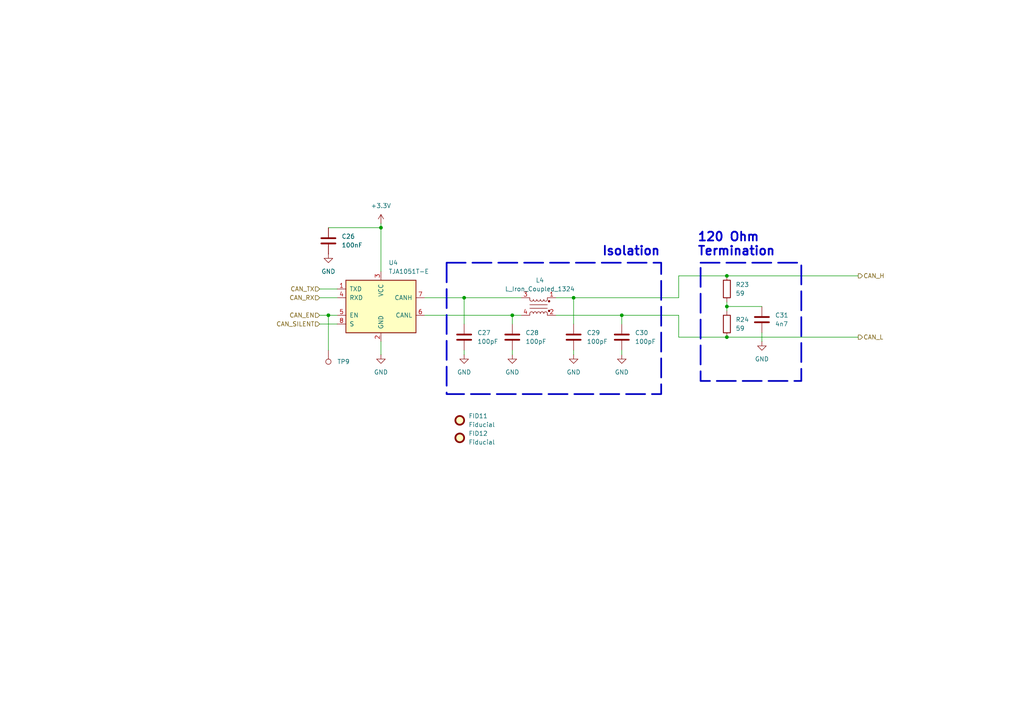
<source format=kicad_sch>
(kicad_sch (version 20231120) (generator "eeschema") (generator_version "8.0")
  (paper "A4")
  (lib_symbols
    (symbol "Connector:TestPoint" (pin_numbers hide) (pin_names (offset 0.762) hide)
      (property "Reference" "TP" (at 0 6.858 0))
      (property "Value" "TestPoint" (at 0 5.08 0))
      (symbol "TestPoint_0_1"
        (circle (center 0 3.302) (radius 0.762))
      )
      (symbol "TestPoint_1_1"
        (pin passive line (at 0 0 90) (length 2.54) (name "1") (number "1"))
      )
    )
    (symbol "Device:C" (pin_numbers hide) (pin_names (offset 0.254))
      (property "Reference" "C" (at 0.635 2.54 0))
      (property "Value" "C" (at 0.635 -2.54 0))
      (symbol "C_0_1"
        (polyline (pts (xy -2.032 -0.762) (xy 2.032 -0.762)) (stroke (width 0.508)))
        (polyline (pts (xy -2.032 0.762) (xy 2.032 0.762)) (stroke (width 0.508)))
      )
      (symbol "C_1_1"
        (pin passive line (at 0 3.81 270) (length 2.794) (name "~") (number "1"))
        (pin passive line (at 0 -3.81 90) (length 2.794) (name "~") (number "2"))
      )
    )
    (symbol "Device:L_Iron_Coupled_1324" (pin_names (offset 0.254) hide)
      (property "Reference" "L" (at 0 4.445 0))
      (property "Value" "L_Iron_Coupled_1324" (at 0 -4.445 0))
      (symbol "L_Iron_Coupled_1324_0_1"
        (circle (center -3.048 -1.27) (radius 0.254) (fill (type outline)))
        (circle (center -3.048 1.524) (radius 0.254) (fill (type outline)))
        (arc (start -2.54 2.032) (mid -2.032 1.5262) (end -1.524 2.032))
        (arc (start -1.524 -2.032) (mid -2.032 -1.5262) (end -2.54 -2.032))
        (arc (start -1.524 2.032) (mid -1.016 1.5262) (end -0.508 2.032))
        (arc (start -0.508 -2.032) (mid -1.016 -1.5262) (end -1.524 -2.032))
        (arc (start -0.508 2.032) (mid 0 1.5262) (end 0.508 2.032))
        (polyline (pts (xy -2.54 -2.032) (xy -2.54 -2.54)))
        (polyline (pts (xy -2.54 0.508) (xy 2.54 0.508)))
        (polyline (pts (xy -2.54 2.032) (xy -2.54 2.54)))
        (polyline (pts (xy 2.54 -2.032) (xy 2.54 -2.54)))
        (polyline (pts (xy 2.54 -0.508) (xy -2.54 -0.508)))
        (polyline (pts (xy 2.54 2.54) (xy 2.54 2.032)))
        (arc (start 0.508 -2.032) (mid 0 -1.5262) (end -0.508 -2.032))
        (arc (start 0.508 2.032) (mid 1.016 1.5262) (end 1.524 2.032))
        (arc (start 1.524 -2.032) (mid 1.016 -1.5262) (end 0.508 -2.032))
        (arc (start 1.524 2.032) (mid 2.032 1.5262) (end 2.54 2.032))
        (arc (start 2.54 -2.032) (mid 2.032 -1.5262) (end 1.524 -2.032))
      )
      (symbol "L_Iron_Coupled_1324_1_1"
        (pin passive line (at -5.08 2.54 0) (length 2.54) (name "1") (number "1"))
        (pin passive line (at -5.08 -2.54 0) (length 2.54) (name "2") (number "2"))
        (pin passive line (at 5.08 2.54 180) (length 2.54) (name "3") (number "3"))
        (pin passive line (at 5.08 -2.54 180) (length 2.54) (name "4") (number "4"))
      )
    )
    (symbol "Device:R" (pin_numbers hide) (pin_names (offset 0))
      (property "Reference" "R" (at 2.032 0 90))
      (property "Value" "R" (at 0 0 90))
      (symbol "R_0_1"
        (rectangle (start -1.016 -2.54) (end 1.016 2.54) (stroke (width 0.254)))
      )
      (symbol "R_1_1"
        (pin passive line (at 0 3.81 270) (length 1.27) (name "~") (number "1"))
        (pin passive line (at 0 -3.81 90) (length 1.27) (name "~") (number "2"))
      )
    )
    (symbol "Interface_CAN_LIN:TJA1051T-E" (pin_names (offset 1.016))
      (property "Reference" "U" (at -10.16 8.89 0))
      (property "Value" "TJA1051T-E" (at 1.27 8.89 0))
      (symbol "TJA1051T-E_0_1"
        (rectangle (start -10.16 7.62) (end 10.16 -7.62) (stroke (width 0.254)) (fill (type background)))
      )
      (symbol "TJA1051T-E_1_1"
        (pin input line (at -12.7 5.08 0) (length 2.54) (name "TXD") (number "1"))
        (pin power_in line (at 0 -10.16 90) (length 2.54) (name "GND") (number "2"))
        (pin power_in line (at 0 10.16 270) (length 2.54) (name "VCC") (number "3"))
        (pin output line (at -12.7 2.54 0) (length 2.54) (name "RXD") (number "4"))
        (pin input line (at -12.7 -2.54 0) (length 2.54) (name "EN") (number "5"))
        (pin bidirectional line (at 12.7 -2.54 180) (length 2.54) (name "CANL") (number "6"))
        (pin bidirectional line (at 12.7 2.54 180) (length 2.54) (name "CANH") (number "7"))
        (pin input line (at -12.7 -5.08 0) (length 2.54) (name "S") (number "8"))
      )
    )
    (symbol "Mechanical:Fiducial"
      (property "Reference" "FID" (at 0 5.08 0))
      (property "Value" "Fiducial" (at 0 3.175 0))
      (symbol "Fiducial_0_1"
        (circle (center 0 0) (radius 1.27) (stroke (width 0.508)) (fill (type background)))
      )
    )
    (symbol "power:+3.3V" (power) (pin_numbers hide) (pin_names (offset 0) hide)
      (property "Value" "+3.3V" (at 0 3.556 0))
      (symbol "+3.3V_0_1"
        (polyline (pts (xy -0.762 1.27) (xy 0 2.54)))
        (polyline (pts (xy 0 0) (xy 0 2.54)))
        (polyline (pts (xy 0 2.54) (xy 0.762 1.27)))
      )
      (symbol "+3.3V_1_1"
        (pin power_in line (at 0 0 90) (length 0) (name "~") (number "1"))
      )
    )
    (symbol "power:GND" (power) (pin_numbers hide) (pin_names (offset 0) hide)
      (property "Value" "GND" (at 0 -3.81 0))
      (symbol "GND_0_1"
        (polyline (pts (xy 0 0) (xy 0 -1.27) (xy 1.27 -1.27) (xy 0 -2.54) (xy -1.27 -1.27) (xy 0 -1.27)))
      )
      (symbol "GND_1_1"
        (pin power_in line (at 0 0 270) (length 0) (name "~") (number "1"))
      )
    )
  )
  (junction (at 210.82 80.01))
  (junction (at 210.82 97.79))
  (junction (at 110.49 66.04))
  (junction (at 148.59 91.44))
  (junction (at 134.62 86.36))
  (junction (at 210.82 88.9))
  (junction (at 95.25 91.44))
  (junction (at 166.37 86.36))
  (junction (at 180.34 91.44))
  (wire (pts (xy 210.82 97.79) (xy 248.92 97.79)))
  (wire (pts (xy 180.34 101.6) (xy 180.34 102.87)))
  (wire (pts (xy 110.49 64.77) (xy 110.49 66.04)))
  (wire (pts (xy 161.29 86.36) (xy 166.37 86.36)))
  (wire (pts (xy 180.34 91.44) (xy 180.34 93.98)))
  (wire (pts (xy 110.49 99.06) (xy 110.49 102.87)))
  (wire (pts (xy 92.71 93.98) (xy 97.79 93.98)))
  (wire (pts (xy 196.85 80.01) (xy 196.85 86.36)))
  (wire (pts (xy 134.62 86.36) (xy 151.13 86.36)))
  (wire (pts (xy 134.62 86.36) (xy 134.62 93.98)))
  (wire (pts (xy 95.25 91.44) (xy 95.25 101.6)))
  (wire (pts (xy 210.82 80.01) (xy 248.92 80.01)))
  (wire (pts (xy 148.59 91.44) (xy 151.13 91.44)))
  (wire (pts (xy 123.19 91.44) (xy 148.59 91.44)))
  (wire (pts (xy 210.82 87.63) (xy 210.82 88.9)))
  (wire (pts (xy 210.82 88.9) (xy 220.98 88.9)))
  (wire (pts (xy 92.71 83.82) (xy 97.79 83.82)))
  (wire (pts (xy 148.59 101.6) (xy 148.59 102.87)))
  (wire (pts (xy 166.37 101.6) (xy 166.37 102.87)))
  (wire (pts (xy 134.62 101.6) (xy 134.62 102.87)))
  (wire (pts (xy 92.71 86.36) (xy 97.79 86.36)))
  (wire (pts (xy 95.25 66.04) (xy 110.49 66.04)))
  (wire (pts (xy 196.85 97.79) (xy 210.82 97.79)))
  (wire (pts (xy 161.29 91.44) (xy 180.34 91.44)))
  (wire (pts (xy 196.85 91.44) (xy 196.85 97.79)))
  (wire (pts (xy 95.25 91.44) (xy 97.79 91.44)))
  (wire (pts (xy 110.49 66.04) (xy 110.49 78.74)))
  (wire (pts (xy 196.85 80.01) (xy 210.82 80.01)))
  (wire (pts (xy 220.98 96.52) (xy 220.98 99.06)))
  (wire (pts (xy 210.82 88.9) (xy 210.82 90.17)))
  (wire (pts (xy 180.34 91.44) (xy 196.85 91.44)))
  (wire (pts (xy 166.37 86.36) (xy 196.85 86.36)))
  (wire (pts (xy 123.19 86.36) (xy 134.62 86.36)))
  (wire (pts (xy 166.37 86.36) (xy 166.37 93.98)))
  (wire (pts (xy 92.71 91.44) (xy 95.25 91.44)))
  (wire (pts (xy 148.59 91.44) (xy 148.59 93.98)))
  (rectangle (start 203.2 76.2) (end 232.41 110.49) (stroke (width 0.5) (type dash)))
  (rectangle (start 129.54 76.2) (end 191.77 114.3) (stroke (width 0.5) (type dash)))
  (text "Isolation" (at 174.498 74.422 0) (effects (font (size 2.54 2.54) (thickness 0.508) (bold yes)) (justify left bottom)))
  (text "120 Ohm\nTermination" (at 202.184 74.422 0) (effects (font (size 2.54 2.54) (thickness 0.508) (bold yes)) (justify left bottom)))
  (hierarchical_label "CAN_EN" (shape input) (at 92.71 91.44 180))
  (hierarchical_label "CAN_TX" (shape input) (at 92.71 83.82 180))
  (hierarchical_label "CAN_L" (shape output) (at 248.92 97.79 0))
  (hierarchical_label "CAN_RX" (shape input) (at 92.71 86.36 180))
  (hierarchical_label "CAN_SILENT" (shape input) (at 92.71 93.98 180))
  (hierarchical_label "CAN_H" (shape output) (at 248.92 80.01 0))
  (symbol (lib_id "power:GND") (at 220.98 99.06 0) (unit 1)
    (property "Reference" "#PWR067" (effects (hide yes)))
    (property "Value" "GND" (at 220.98 104.14 0))
    (property "Description" "Power symbol creates a global label with name \"GND\" , ground" (effects (hide yes)))
  )
  (symbol (lib_id "Connector:TestPoint") (at 95.25 101.6 180) (unit 1) (in_bom no)
    (property "Reference" "TP9" (at 97.79 104.9019 0) (effects (justify right)))
    (property "Footprint" "TestPoint:TestPoint_Pad_D3.0mm" (effects (hide yes)))
  )
  (symbol (lib_id "Device:C") (at 148.59 97.79 0) (unit 1)
    (property "Reference" "C28" (at 152.4 96.5199 0) (effects (justify left)))
    (property "Value" "100pF" (at 152.4 99.0599 0) (effects (justify left)))
    (property "Footprint" "Capacitor_SMD:C_0603_1608Metric" (effects (hide yes)))
    (property "Description" "Unpolarized capacitor" (effects (hide yes)))
  )
  (symbol (lib_id "power:GND") (at 180.34 102.87 0) (unit 1)
    (property "Reference" "#PWR066" (effects (hide yes)))
    (property "Value" "GND" (at 180.34 107.95 0))
    (property "Description" "Power symbol creates a global label with name \"GND\" , ground" (effects (hide yes)))
  )
  (symbol (lib_id "Device:R") (at 210.82 93.98 0) (unit 1)
    (property "Reference" "R24" (at 213.36 92.7099 0) (effects (justify left)))
    (property "Value" "59" (at 213.36 95.2499 0) (effects (justify left)))
    (property "Footprint" "Resistor_SMD:R_0805_2012Metric" (effects (hide yes)))
    (property "Description" "Resistor" (effects (hide yes)))
  )
  (symbol (lib_id "power:GND") (at 148.59 102.87 0) (unit 1)
    (property "Reference" "#PWR064" (effects (hide yes)))
    (property "Value" "GND" (at 148.59 107.95 0))
    (property "Description" "Power symbol creates a global label with name \"GND\" , ground" (effects (hide yes)))
  )
  (symbol (lib_id "Mechanical:Fiducial") (at 133.35 121.92 0) (unit 1)
    (property "Reference" "FID11" (at 135.89 120.6499 0) (effects (justify left)))
    (property "Value" "Fiducial" (at 135.89 123.1899 0) (effects (justify left)))
    (property "Footprint" "Fiducial:Fiducial_1mm_Mask3mm" (effects (hide yes)))
    (property "Description" "Fiducial Marker" (effects (hide yes)))
  )
  (symbol (lib_id "Device:C") (at 220.98 92.71 0) (unit 1)
    (property "Reference" "C31" (at 224.79 91.4399 0) (effects (justify left)))
    (property "Value" "4n7" (at 224.79 93.9799 0) (effects (justify left)))
    (property "Footprint" "Capacitor_SMD:C_0603_1608Metric" (effects (hide yes)))
    (property "Description" "Unpolarized capacitor" (effects (hide yes)))
  )
  (symbol (lib_id "power:GND") (at 166.37 102.87 0) (unit 1)
    (property "Reference" "#PWR065" (effects (hide yes)))
    (property "Value" "GND" (at 166.37 107.95 0))
    (property "Description" "Power symbol creates a global label with name \"GND\" , ground" (effects (hide yes)))
  )
  (symbol (lib_id "Device:C") (at 134.62 97.79 0) (unit 1)
    (property "Reference" "C27" (at 138.43 96.5199 0) (effects (justify left)))
    (property "Value" "100pF" (at 138.43 99.0599 0) (effects (justify left)))
    (property "Footprint" "Capacitor_SMD:C_0603_1608Metric" (effects (hide yes)))
    (property "Description" "Unpolarized capacitor" (effects (hide yes)))
  )
  (symbol (lib_id "power:GND") (at 134.62 102.87 0) (unit 1)
    (property "Reference" "#PWR063" (effects (hide yes)))
    (property "Value" "GND" (at 134.62 107.95 0))
    (property "Description" "Power symbol creates a global label with name \"GND\" , ground" (effects (hide yes)))
  )
  (symbol (lib_id "Mechanical:Fiducial") (at 133.35 127 0) (unit 1)
    (property "Reference" "FID12" (at 135.89 125.7299 0) (effects (justify left)))
    (property "Value" "Fiducial" (at 135.89 128.2699 0) (effects (justify left)))
    (property "Footprint" "Fiducial:Fiducial_1mm_Mask3mm" (effects (hide yes)))
    (property "Description" "Fiducial Marker" (effects (hide yes)))
  )
  (symbol (lib_id "Device:C") (at 180.34 97.79 0) (unit 1)
    (property "Reference" "C30" (at 184.15 96.5199 0) (effects (justify left)))
    (property "Value" "100pF" (at 184.15 99.0599 0) (effects (justify left)))
    (property "Footprint" "Capacitor_SMD:C_0603_1608Metric" (effects (hide yes)))
    (property "Description" "Unpolarized capacitor" (effects (hide yes)))
  )
  (symbol (lib_id "Device:C") (at 166.37 97.79 0) (unit 1)
    (property "Reference" "C29" (at 170.18 96.5199 0) (effects (justify left)))
    (property "Value" "100pF" (at 170.18 99.0599 0) (effects (justify left)))
    (property "Footprint" "Capacitor_SMD:C_0603_1608Metric" (effects (hide yes)))
    (property "Description" "Unpolarized capacitor" (effects (hide yes)))
  )
  (symbol (lib_id "Device:C") (at 95.25 69.85 0) (unit 1)
    (property "Reference" "C26" (at 99.06 68.5799 0) (effects (justify left)))
    (property "Value" "100nF" (at 99.06 71.1199 0) (effects (justify left)))
    (property "Footprint" "Capacitor_SMD:C_0603_1608Metric" (effects (hide yes)))
    (property "Datasheet" "https://www.tme.eu/hu/details/cl10b105ko8nnnc/mlcc-smd-kondenzatorok/samsung/" (effects (hide yes)))
  )
  (symbol (lib_id "Interface_CAN_LIN:TJA1051T-E") (at 110.49 88.9 0) (unit 1)
    (property "Reference" "U4" (at 112.6841 76.2 0) (effects (justify left)))
    (property "Value" "TJA1051T-E" (at 112.6841 78.74 0) (effects (justify left)))
    (property "Footprint" "Package_SO:SOIC-8_3.9x4.9mm_P1.27mm" (effects (hide yes)))
    (property "Datasheet" "http://www.nxp.com/docs/en/data-sheet/TJA1051.pdf" (effects (hide yes)))
    (property "Description" "High-Speed CAN Transceiver, enable pin, silent mode, SOIC-8" (effects (hide yes)))
  )
  (symbol (lib_id "Device:L_Iron_Coupled_1324") (at 156.21 88.9 0) (mirror y) (unit 1)
    (property "Reference" "L4" (at 156.591 81.28 0))
    (property "Value" "L_Iron_Coupled_1324" (at 156.591 83.82 0))
    (property "Footprint" "Inductor_SMD:L_CommonModeChoke_TDK_ACM7060" (effects (hide yes)))
    (property "Description" "Coupled inductor with iron core" (effects (hide yes)))
  )
  (symbol (lib_id "power:GND") (at 95.25 73.66 0) (unit 1)
    (property "Reference" "#PWR060" (effects (hide yes)))
    (property "Value" "GND" (at 95.25 78.74 0))
    (property "Description" "Power symbol creates a global label with name \"GND\" , ground" (effects (hide yes)))
  )
  (symbol (lib_id "power:GND") (at 110.49 102.87 0) (unit 1)
    (property "Reference" "#PWR062" (effects (hide yes)))
    (property "Value" "GND" (at 110.49 107.95 0))
    (property "Description" "Power symbol creates a global label with name \"GND\" , ground" (effects (hide yes)))
  )
  (symbol (lib_id "Device:R") (at 210.82 83.82 0) (unit 1)
    (property "Reference" "R23" (at 213.36 82.5499 0) (effects (justify left)))
    (property "Value" "59" (at 213.36 85.0899 0) (effects (justify left)))
    (property "Footprint" "Resistor_SMD:R_0805_2012Metric" (effects (hide yes)))
    (property "Description" "Resistor" (effects (hide yes)))
  )
  (symbol (lib_id "power:+3.3V") (at 110.49 64.77 0) (unit 1)
    (property "Reference" "#PWR061" (effects (hide yes)))
    (property "Value" "+3.3V" (at 110.49 59.69 0))
    (property "Description" "Power symbol creates a global label with name \"+3.3V\"" (effects (hide yes)))
  )
)
</source>
